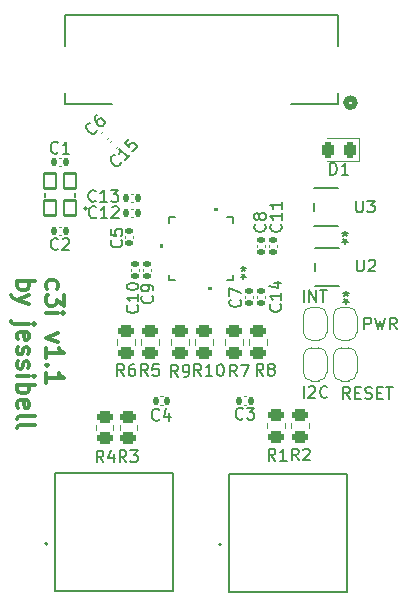
<source format=gto>
%TF.GenerationSoftware,KiCad,Pcbnew,7.0.8*%
%TF.CreationDate,2023-12-06T02:43:18-07:00*%
%TF.ProjectId,C3I2,43334932-2e6b-4696-9361-645f70636258,rev?*%
%TF.SameCoordinates,Original*%
%TF.FileFunction,Legend,Top*%
%TF.FilePolarity,Positive*%
%FSLAX46Y46*%
G04 Gerber Fmt 4.6, Leading zero omitted, Abs format (unit mm)*
G04 Created by KiCad (PCBNEW 7.0.8) date 2023-12-06 02:43:18*
%MOMM*%
%LPD*%
G01*
G04 APERTURE LIST*
G04 Aperture macros list*
%AMRoundRect*
0 Rectangle with rounded corners*
0 $1 Rounding radius*
0 $2 $3 $4 $5 $6 $7 $8 $9 X,Y pos of 4 corners*
0 Add a 4 corners polygon primitive as box body*
4,1,4,$2,$3,$4,$5,$6,$7,$8,$9,$2,$3,0*
0 Add four circle primitives for the rounded corners*
1,1,$1+$1,$2,$3*
1,1,$1+$1,$4,$5*
1,1,$1+$1,$6,$7*
1,1,$1+$1,$8,$9*
0 Add four rect primitives between the rounded corners*
20,1,$1+$1,$2,$3,$4,$5,0*
20,1,$1+$1,$4,$5,$6,$7,0*
20,1,$1+$1,$6,$7,$8,$9,0*
20,1,$1+$1,$8,$9,$2,$3,0*%
%AMFreePoly0*
4,1,19,0.000000,0.744911,0.071157,0.744911,0.207708,0.704816,0.327430,0.627875,0.420627,0.520320,0.479746,0.390866,0.500000,0.250000,0.500000,-0.250000,0.479746,-0.390866,0.420627,-0.520320,0.327430,-0.627875,0.207708,-0.704816,0.071157,-0.744911,0.000000,-0.744911,0.000000,-0.750000,-0.500000,-0.750000,-0.500000,0.750000,0.000000,0.750000,0.000000,0.744911,0.000000,0.744911,
$1*%
%AMFreePoly1*
4,1,19,0.500000,-0.750000,0.000000,-0.750000,0.000000,-0.744911,-0.071157,-0.744911,-0.207708,-0.704816,-0.327430,-0.627875,-0.420627,-0.520320,-0.479746,-0.390866,-0.500000,-0.250000,-0.500000,0.250000,-0.479746,0.390866,-0.420627,0.520320,-0.327430,0.627875,-0.207708,0.704816,-0.071157,0.744911,0.000000,0.744911,0.000000,0.750000,0.500000,0.750000,0.500000,-0.750000,0.500000,-0.750000,
$1*%
G04 Aperture macros list end*
%ADD10C,0.300000*%
%ADD11C,0.150000*%
%ADD12C,0.127000*%
%ADD13C,0.200000*%
%ADD14C,0.152400*%
%ADD15C,0.120000*%
%ADD16C,0.508000*%
%ADD17RoundRect,0.102000X0.525000X0.650000X-0.525000X0.650000X-0.525000X-0.650000X0.525000X-0.650000X0*%
%ADD18R,1.003300X0.508000*%
%ADD19R,3.759200X3.759200*%
%ADD20R,0.254000X0.914400*%
%ADD21R,0.914400X0.254000*%
%ADD22RoundRect,0.250000X0.450000X-0.262500X0.450000X0.262500X-0.450000X0.262500X-0.450000X-0.262500X0*%
%ADD23FreePoly0,270.000000*%
%ADD24FreePoly1,270.000000*%
%ADD25FreePoly1,90.000000*%
%ADD26FreePoly0,90.000000*%
%ADD27O,2.004000X3.804000*%
%ADD28O,4.404000X2.304000*%
%ADD29R,0.609600X2.006600*%
%ADD30R,2.667000X3.606800*%
%ADD31RoundRect,0.243750X0.243750X0.456250X-0.243750X0.456250X-0.243750X-0.456250X0.243750X-0.456250X0*%
%ADD32RoundRect,0.140000X-0.021213X0.219203X-0.219203X0.021213X0.021213X-0.219203X0.219203X-0.021213X0*%
%ADD33RoundRect,0.140000X-0.170000X0.140000X-0.170000X-0.140000X0.170000X-0.140000X0.170000X0.140000X0*%
%ADD34RoundRect,0.140000X-0.140000X-0.170000X0.140000X-0.170000X0.140000X0.170000X-0.140000X0.170000X0*%
%ADD35RoundRect,0.140000X0.170000X-0.140000X0.170000X0.140000X-0.170000X0.140000X-0.170000X-0.140000X0*%
%ADD36RoundRect,0.140000X0.021213X-0.219203X0.219203X-0.021213X-0.021213X0.219203X-0.219203X0.021213X0*%
%ADD37RoundRect,0.140000X0.140000X0.170000X-0.140000X0.170000X-0.140000X-0.170000X0.140000X-0.170000X0*%
G04 APERTURE END LIST*
D10*
X123335600Y-73587368D02*
X123264171Y-73444510D01*
X123264171Y-73444510D02*
X123264171Y-73158796D01*
X123264171Y-73158796D02*
X123335600Y-73015939D01*
X123335600Y-73015939D02*
X123407028Y-72944510D01*
X123407028Y-72944510D02*
X123549885Y-72873082D01*
X123549885Y-72873082D02*
X123978457Y-72873082D01*
X123978457Y-72873082D02*
X124121314Y-72944510D01*
X124121314Y-72944510D02*
X124192742Y-73015939D01*
X124192742Y-73015939D02*
X124264171Y-73158796D01*
X124264171Y-73158796D02*
X124264171Y-73444510D01*
X124264171Y-73444510D02*
X124192742Y-73587368D01*
X124764171Y-74087367D02*
X124764171Y-75015939D01*
X124764171Y-75015939D02*
X124192742Y-74515939D01*
X124192742Y-74515939D02*
X124192742Y-74730224D01*
X124192742Y-74730224D02*
X124121314Y-74873082D01*
X124121314Y-74873082D02*
X124049885Y-74944510D01*
X124049885Y-74944510D02*
X123907028Y-75015939D01*
X123907028Y-75015939D02*
X123549885Y-75015939D01*
X123549885Y-75015939D02*
X123407028Y-74944510D01*
X123407028Y-74944510D02*
X123335600Y-74873082D01*
X123335600Y-74873082D02*
X123264171Y-74730224D01*
X123264171Y-74730224D02*
X123264171Y-74301653D01*
X123264171Y-74301653D02*
X123335600Y-74158796D01*
X123335600Y-74158796D02*
X123407028Y-74087367D01*
X123264171Y-75658795D02*
X124264171Y-75658795D01*
X124764171Y-75658795D02*
X124692742Y-75587367D01*
X124692742Y-75587367D02*
X124621314Y-75658795D01*
X124621314Y-75658795D02*
X124692742Y-75730224D01*
X124692742Y-75730224D02*
X124764171Y-75658795D01*
X124764171Y-75658795D02*
X124621314Y-75658795D01*
X124264171Y-77373081D02*
X123264171Y-77730224D01*
X123264171Y-77730224D02*
X124264171Y-78087367D01*
X123264171Y-79444510D02*
X123264171Y-78587367D01*
X123264171Y-79015938D02*
X124764171Y-79015938D01*
X124764171Y-79015938D02*
X124549885Y-78873081D01*
X124549885Y-78873081D02*
X124407028Y-78730224D01*
X124407028Y-78730224D02*
X124335600Y-78587367D01*
X123407028Y-80087366D02*
X123335600Y-80158795D01*
X123335600Y-80158795D02*
X123264171Y-80087366D01*
X123264171Y-80087366D02*
X123335600Y-80015938D01*
X123335600Y-80015938D02*
X123407028Y-80087366D01*
X123407028Y-80087366D02*
X123264171Y-80087366D01*
X123264171Y-81587367D02*
X123264171Y-80730224D01*
X123264171Y-81158795D02*
X124764171Y-81158795D01*
X124764171Y-81158795D02*
X124549885Y-81015938D01*
X124549885Y-81015938D02*
X124407028Y-80873081D01*
X124407028Y-80873081D02*
X124335600Y-80730224D01*
X120849171Y-72944510D02*
X122349171Y-72944510D01*
X121777742Y-72944510D02*
X121849171Y-73087368D01*
X121849171Y-73087368D02*
X121849171Y-73373082D01*
X121849171Y-73373082D02*
X121777742Y-73515939D01*
X121777742Y-73515939D02*
X121706314Y-73587368D01*
X121706314Y-73587368D02*
X121563457Y-73658796D01*
X121563457Y-73658796D02*
X121134885Y-73658796D01*
X121134885Y-73658796D02*
X120992028Y-73587368D01*
X120992028Y-73587368D02*
X120920600Y-73515939D01*
X120920600Y-73515939D02*
X120849171Y-73373082D01*
X120849171Y-73373082D02*
X120849171Y-73087368D01*
X120849171Y-73087368D02*
X120920600Y-72944510D01*
X121849171Y-74158796D02*
X120849171Y-74515939D01*
X121849171Y-74873082D02*
X120849171Y-74515939D01*
X120849171Y-74515939D02*
X120492028Y-74373082D01*
X120492028Y-74373082D02*
X120420600Y-74301653D01*
X120420600Y-74301653D02*
X120349171Y-74158796D01*
X121849171Y-76587367D02*
X120563457Y-76587367D01*
X120563457Y-76587367D02*
X120420600Y-76515939D01*
X120420600Y-76515939D02*
X120349171Y-76373082D01*
X120349171Y-76373082D02*
X120349171Y-76301653D01*
X122349171Y-76587367D02*
X122277742Y-76515939D01*
X122277742Y-76515939D02*
X122206314Y-76587367D01*
X122206314Y-76587367D02*
X122277742Y-76658796D01*
X122277742Y-76658796D02*
X122349171Y-76587367D01*
X122349171Y-76587367D02*
X122206314Y-76587367D01*
X120920600Y-77873082D02*
X120849171Y-77730225D01*
X120849171Y-77730225D02*
X120849171Y-77444511D01*
X120849171Y-77444511D02*
X120920600Y-77301653D01*
X120920600Y-77301653D02*
X121063457Y-77230225D01*
X121063457Y-77230225D02*
X121634885Y-77230225D01*
X121634885Y-77230225D02*
X121777742Y-77301653D01*
X121777742Y-77301653D02*
X121849171Y-77444511D01*
X121849171Y-77444511D02*
X121849171Y-77730225D01*
X121849171Y-77730225D02*
X121777742Y-77873082D01*
X121777742Y-77873082D02*
X121634885Y-77944511D01*
X121634885Y-77944511D02*
X121492028Y-77944511D01*
X121492028Y-77944511D02*
X121349171Y-77230225D01*
X120920600Y-78515939D02*
X120849171Y-78658796D01*
X120849171Y-78658796D02*
X120849171Y-78944510D01*
X120849171Y-78944510D02*
X120920600Y-79087367D01*
X120920600Y-79087367D02*
X121063457Y-79158796D01*
X121063457Y-79158796D02*
X121134885Y-79158796D01*
X121134885Y-79158796D02*
X121277742Y-79087367D01*
X121277742Y-79087367D02*
X121349171Y-78944510D01*
X121349171Y-78944510D02*
X121349171Y-78730225D01*
X121349171Y-78730225D02*
X121420600Y-78587367D01*
X121420600Y-78587367D02*
X121563457Y-78515939D01*
X121563457Y-78515939D02*
X121634885Y-78515939D01*
X121634885Y-78515939D02*
X121777742Y-78587367D01*
X121777742Y-78587367D02*
X121849171Y-78730225D01*
X121849171Y-78730225D02*
X121849171Y-78944510D01*
X121849171Y-78944510D02*
X121777742Y-79087367D01*
X120920600Y-79730225D02*
X120849171Y-79873082D01*
X120849171Y-79873082D02*
X120849171Y-80158796D01*
X120849171Y-80158796D02*
X120920600Y-80301653D01*
X120920600Y-80301653D02*
X121063457Y-80373082D01*
X121063457Y-80373082D02*
X121134885Y-80373082D01*
X121134885Y-80373082D02*
X121277742Y-80301653D01*
X121277742Y-80301653D02*
X121349171Y-80158796D01*
X121349171Y-80158796D02*
X121349171Y-79944511D01*
X121349171Y-79944511D02*
X121420600Y-79801653D01*
X121420600Y-79801653D02*
X121563457Y-79730225D01*
X121563457Y-79730225D02*
X121634885Y-79730225D01*
X121634885Y-79730225D02*
X121777742Y-79801653D01*
X121777742Y-79801653D02*
X121849171Y-79944511D01*
X121849171Y-79944511D02*
X121849171Y-80158796D01*
X121849171Y-80158796D02*
X121777742Y-80301653D01*
X120849171Y-81015939D02*
X121849171Y-81015939D01*
X122349171Y-81015939D02*
X122277742Y-80944511D01*
X122277742Y-80944511D02*
X122206314Y-81015939D01*
X122206314Y-81015939D02*
X122277742Y-81087368D01*
X122277742Y-81087368D02*
X122349171Y-81015939D01*
X122349171Y-81015939D02*
X122206314Y-81015939D01*
X120849171Y-81730225D02*
X122349171Y-81730225D01*
X121777742Y-81730225D02*
X121849171Y-81873083D01*
X121849171Y-81873083D02*
X121849171Y-82158797D01*
X121849171Y-82158797D02*
X121777742Y-82301654D01*
X121777742Y-82301654D02*
X121706314Y-82373083D01*
X121706314Y-82373083D02*
X121563457Y-82444511D01*
X121563457Y-82444511D02*
X121134885Y-82444511D01*
X121134885Y-82444511D02*
X120992028Y-82373083D01*
X120992028Y-82373083D02*
X120920600Y-82301654D01*
X120920600Y-82301654D02*
X120849171Y-82158797D01*
X120849171Y-82158797D02*
X120849171Y-81873083D01*
X120849171Y-81873083D02*
X120920600Y-81730225D01*
X120920600Y-83658797D02*
X120849171Y-83515940D01*
X120849171Y-83515940D02*
X120849171Y-83230226D01*
X120849171Y-83230226D02*
X120920600Y-83087368D01*
X120920600Y-83087368D02*
X121063457Y-83015940D01*
X121063457Y-83015940D02*
X121634885Y-83015940D01*
X121634885Y-83015940D02*
X121777742Y-83087368D01*
X121777742Y-83087368D02*
X121849171Y-83230226D01*
X121849171Y-83230226D02*
X121849171Y-83515940D01*
X121849171Y-83515940D02*
X121777742Y-83658797D01*
X121777742Y-83658797D02*
X121634885Y-83730226D01*
X121634885Y-83730226D02*
X121492028Y-83730226D01*
X121492028Y-83730226D02*
X121349171Y-83015940D01*
X120849171Y-84587368D02*
X120920600Y-84444511D01*
X120920600Y-84444511D02*
X121063457Y-84373082D01*
X121063457Y-84373082D02*
X122349171Y-84373082D01*
X120849171Y-85373082D02*
X120920600Y-85230225D01*
X120920600Y-85230225D02*
X121063457Y-85158796D01*
X121063457Y-85158796D02*
X122349171Y-85158796D01*
D11*
X149524657Y-66133038D02*
X149524657Y-66942561D01*
X149524657Y-66942561D02*
X149572276Y-67037799D01*
X149572276Y-67037799D02*
X149619895Y-67085419D01*
X149619895Y-67085419D02*
X149715133Y-67133038D01*
X149715133Y-67133038D02*
X149905609Y-67133038D01*
X149905609Y-67133038D02*
X150000847Y-67085419D01*
X150000847Y-67085419D02*
X150048466Y-67037799D01*
X150048466Y-67037799D02*
X150096085Y-66942561D01*
X150096085Y-66942561D02*
X150096085Y-66133038D01*
X150477038Y-66133038D02*
X151096085Y-66133038D01*
X151096085Y-66133038D02*
X150762752Y-66513990D01*
X150762752Y-66513990D02*
X150905609Y-66513990D01*
X150905609Y-66513990D02*
X151000847Y-66561609D01*
X151000847Y-66561609D02*
X151048466Y-66609228D01*
X151048466Y-66609228D02*
X151096085Y-66704466D01*
X151096085Y-66704466D02*
X151096085Y-66942561D01*
X151096085Y-66942561D02*
X151048466Y-67037799D01*
X151048466Y-67037799D02*
X151000847Y-67085419D01*
X151000847Y-67085419D02*
X150905609Y-67133038D01*
X150905609Y-67133038D02*
X150619895Y-67133038D01*
X150619895Y-67133038D02*
X150524657Y-67085419D01*
X150524657Y-67085419D02*
X150477038Y-67037799D01*
X148590000Y-68713819D02*
X148590000Y-68951914D01*
X148351905Y-68856676D02*
X148590000Y-68951914D01*
X148590000Y-68951914D02*
X148828095Y-68856676D01*
X148447143Y-69142390D02*
X148590000Y-68951914D01*
X148590000Y-68951914D02*
X148732857Y-69142390D01*
X148589999Y-69804180D02*
X148589999Y-69566085D01*
X148828094Y-69661323D02*
X148589999Y-69566085D01*
X148589999Y-69566085D02*
X148351904Y-69661323D01*
X148732856Y-69375609D02*
X148589999Y-69566085D01*
X148589999Y-69566085D02*
X148447142Y-69375609D01*
X149584713Y-71117705D02*
X149584713Y-71927228D01*
X149584713Y-71927228D02*
X149632332Y-72022466D01*
X149632332Y-72022466D02*
X149679951Y-72070086D01*
X149679951Y-72070086D02*
X149775189Y-72117705D01*
X149775189Y-72117705D02*
X149965665Y-72117705D01*
X149965665Y-72117705D02*
X150060903Y-72070086D01*
X150060903Y-72070086D02*
X150108522Y-72022466D01*
X150108522Y-72022466D02*
X150156141Y-71927228D01*
X150156141Y-71927228D02*
X150156141Y-71117705D01*
X150584713Y-71212943D02*
X150632332Y-71165324D01*
X150632332Y-71165324D02*
X150727570Y-71117705D01*
X150727570Y-71117705D02*
X150965665Y-71117705D01*
X150965665Y-71117705D02*
X151060903Y-71165324D01*
X151060903Y-71165324D02*
X151108522Y-71212943D01*
X151108522Y-71212943D02*
X151156141Y-71308181D01*
X151156141Y-71308181D02*
X151156141Y-71403419D01*
X151156141Y-71403419D02*
X151108522Y-71546276D01*
X151108522Y-71546276D02*
X150537094Y-72117705D01*
X150537094Y-72117705D02*
X151156141Y-72117705D01*
X148672550Y-73793819D02*
X148672550Y-74031914D01*
X148434455Y-73936676D02*
X148672550Y-74031914D01*
X148672550Y-74031914D02*
X148910645Y-73936676D01*
X148529693Y-74222390D02*
X148672550Y-74031914D01*
X148672550Y-74031914D02*
X148815407Y-74222390D01*
X148672549Y-74884180D02*
X148672549Y-74646085D01*
X148910644Y-74741323D02*
X148672549Y-74646085D01*
X148672549Y-74646085D02*
X148434454Y-74741323D01*
X148815406Y-74455609D02*
X148672549Y-74646085D01*
X148672549Y-74646085D02*
X148529692Y-74455609D01*
X139992099Y-72759180D02*
X139992099Y-72521085D01*
X140230194Y-72616323D02*
X139992099Y-72521085D01*
X139992099Y-72521085D02*
X139754004Y-72616323D01*
X140134956Y-72330609D02*
X139992099Y-72521085D01*
X139992099Y-72521085D02*
X139849242Y-72330609D01*
X139992100Y-71668819D02*
X139992100Y-71906914D01*
X139754005Y-71811676D02*
X139992100Y-71906914D01*
X139992100Y-71906914D02*
X140230195Y-71811676D01*
X139849243Y-72097390D02*
X139992100Y-71906914D01*
X139992100Y-71906914D02*
X140134957Y-72097390D01*
X136411134Y-80974513D02*
X136077801Y-80498322D01*
X135839706Y-80974513D02*
X135839706Y-79974513D01*
X135839706Y-79974513D02*
X136220658Y-79974513D01*
X136220658Y-79974513D02*
X136315896Y-80022132D01*
X136315896Y-80022132D02*
X136363515Y-80069751D01*
X136363515Y-80069751D02*
X136411134Y-80164989D01*
X136411134Y-80164989D02*
X136411134Y-80307846D01*
X136411134Y-80307846D02*
X136363515Y-80403084D01*
X136363515Y-80403084D02*
X136315896Y-80450703D01*
X136315896Y-80450703D02*
X136220658Y-80498322D01*
X136220658Y-80498322D02*
X135839706Y-80498322D01*
X137363515Y-80974513D02*
X136792087Y-80974513D01*
X137077801Y-80974513D02*
X137077801Y-79974513D01*
X137077801Y-79974513D02*
X136982563Y-80117370D01*
X136982563Y-80117370D02*
X136887325Y-80212608D01*
X136887325Y-80212608D02*
X136792087Y-80260227D01*
X137982563Y-79974513D02*
X138077801Y-79974513D01*
X138077801Y-79974513D02*
X138173039Y-80022132D01*
X138173039Y-80022132D02*
X138220658Y-80069751D01*
X138220658Y-80069751D02*
X138268277Y-80164989D01*
X138268277Y-80164989D02*
X138315896Y-80355465D01*
X138315896Y-80355465D02*
X138315896Y-80593560D01*
X138315896Y-80593560D02*
X138268277Y-80784036D01*
X138268277Y-80784036D02*
X138220658Y-80879274D01*
X138220658Y-80879274D02*
X138173039Y-80926894D01*
X138173039Y-80926894D02*
X138077801Y-80974513D01*
X138077801Y-80974513D02*
X137982563Y-80974513D01*
X137982563Y-80974513D02*
X137887325Y-80926894D01*
X137887325Y-80926894D02*
X137839706Y-80879274D01*
X137839706Y-80879274D02*
X137792087Y-80784036D01*
X137792087Y-80784036D02*
X137744468Y-80593560D01*
X137744468Y-80593560D02*
X137744468Y-80355465D01*
X137744468Y-80355465D02*
X137792087Y-80164989D01*
X137792087Y-80164989D02*
X137839706Y-80069751D01*
X137839706Y-80069751D02*
X137887325Y-80022132D01*
X137887325Y-80022132D02*
X137982563Y-79974513D01*
X134453333Y-81041052D02*
X134120000Y-80564861D01*
X133881905Y-81041052D02*
X133881905Y-80041052D01*
X133881905Y-80041052D02*
X134262857Y-80041052D01*
X134262857Y-80041052D02*
X134358095Y-80088671D01*
X134358095Y-80088671D02*
X134405714Y-80136290D01*
X134405714Y-80136290D02*
X134453333Y-80231528D01*
X134453333Y-80231528D02*
X134453333Y-80374385D01*
X134453333Y-80374385D02*
X134405714Y-80469623D01*
X134405714Y-80469623D02*
X134358095Y-80517242D01*
X134358095Y-80517242D02*
X134262857Y-80564861D01*
X134262857Y-80564861D02*
X133881905Y-80564861D01*
X134929524Y-81041052D02*
X135120000Y-81041052D01*
X135120000Y-81041052D02*
X135215238Y-80993433D01*
X135215238Y-80993433D02*
X135262857Y-80945813D01*
X135262857Y-80945813D02*
X135358095Y-80802956D01*
X135358095Y-80802956D02*
X135405714Y-80612480D01*
X135405714Y-80612480D02*
X135405714Y-80231528D01*
X135405714Y-80231528D02*
X135358095Y-80136290D01*
X135358095Y-80136290D02*
X135310476Y-80088671D01*
X135310476Y-80088671D02*
X135215238Y-80041052D01*
X135215238Y-80041052D02*
X135024762Y-80041052D01*
X135024762Y-80041052D02*
X134929524Y-80088671D01*
X134929524Y-80088671D02*
X134881905Y-80136290D01*
X134881905Y-80136290D02*
X134834286Y-80231528D01*
X134834286Y-80231528D02*
X134834286Y-80469623D01*
X134834286Y-80469623D02*
X134881905Y-80564861D01*
X134881905Y-80564861D02*
X134929524Y-80612480D01*
X134929524Y-80612480D02*
X135024762Y-80660099D01*
X135024762Y-80660099D02*
X135215238Y-80660099D01*
X135215238Y-80660099D02*
X135310476Y-80612480D01*
X135310476Y-80612480D02*
X135358095Y-80564861D01*
X135358095Y-80564861D02*
X135405714Y-80469623D01*
X141678117Y-80952333D02*
X141344784Y-80476142D01*
X141106689Y-80952333D02*
X141106689Y-79952333D01*
X141106689Y-79952333D02*
X141487641Y-79952333D01*
X141487641Y-79952333D02*
X141582879Y-79999952D01*
X141582879Y-79999952D02*
X141630498Y-80047571D01*
X141630498Y-80047571D02*
X141678117Y-80142809D01*
X141678117Y-80142809D02*
X141678117Y-80285666D01*
X141678117Y-80285666D02*
X141630498Y-80380904D01*
X141630498Y-80380904D02*
X141582879Y-80428523D01*
X141582879Y-80428523D02*
X141487641Y-80476142D01*
X141487641Y-80476142D02*
X141106689Y-80476142D01*
X142249546Y-80380904D02*
X142154308Y-80333285D01*
X142154308Y-80333285D02*
X142106689Y-80285666D01*
X142106689Y-80285666D02*
X142059070Y-80190428D01*
X142059070Y-80190428D02*
X142059070Y-80142809D01*
X142059070Y-80142809D02*
X142106689Y-80047571D01*
X142106689Y-80047571D02*
X142154308Y-79999952D01*
X142154308Y-79999952D02*
X142249546Y-79952333D01*
X142249546Y-79952333D02*
X142440022Y-79952333D01*
X142440022Y-79952333D02*
X142535260Y-79999952D01*
X142535260Y-79999952D02*
X142582879Y-80047571D01*
X142582879Y-80047571D02*
X142630498Y-80142809D01*
X142630498Y-80142809D02*
X142630498Y-80190428D01*
X142630498Y-80190428D02*
X142582879Y-80285666D01*
X142582879Y-80285666D02*
X142535260Y-80333285D01*
X142535260Y-80333285D02*
X142440022Y-80380904D01*
X142440022Y-80380904D02*
X142249546Y-80380904D01*
X142249546Y-80380904D02*
X142154308Y-80428523D01*
X142154308Y-80428523D02*
X142106689Y-80476142D01*
X142106689Y-80476142D02*
X142059070Y-80571380D01*
X142059070Y-80571380D02*
X142059070Y-80761856D01*
X142059070Y-80761856D02*
X142106689Y-80857094D01*
X142106689Y-80857094D02*
X142154308Y-80904714D01*
X142154308Y-80904714D02*
X142249546Y-80952333D01*
X142249546Y-80952333D02*
X142440022Y-80952333D01*
X142440022Y-80952333D02*
X142535260Y-80904714D01*
X142535260Y-80904714D02*
X142582879Y-80857094D01*
X142582879Y-80857094D02*
X142630498Y-80761856D01*
X142630498Y-80761856D02*
X142630498Y-80571380D01*
X142630498Y-80571380D02*
X142582879Y-80476142D01*
X142582879Y-80476142D02*
X142535260Y-80428523D01*
X142535260Y-80428523D02*
X142440022Y-80380904D01*
X139426889Y-81007782D02*
X139093556Y-80531591D01*
X138855461Y-81007782D02*
X138855461Y-80007782D01*
X138855461Y-80007782D02*
X139236413Y-80007782D01*
X139236413Y-80007782D02*
X139331651Y-80055401D01*
X139331651Y-80055401D02*
X139379270Y-80103020D01*
X139379270Y-80103020D02*
X139426889Y-80198258D01*
X139426889Y-80198258D02*
X139426889Y-80341115D01*
X139426889Y-80341115D02*
X139379270Y-80436353D01*
X139379270Y-80436353D02*
X139331651Y-80483972D01*
X139331651Y-80483972D02*
X139236413Y-80531591D01*
X139236413Y-80531591D02*
X138855461Y-80531591D01*
X139760223Y-80007782D02*
X140426889Y-80007782D01*
X140426889Y-80007782D02*
X139998318Y-81007782D01*
X129896489Y-80965314D02*
X129563156Y-80489123D01*
X129325061Y-80965314D02*
X129325061Y-79965314D01*
X129325061Y-79965314D02*
X129706013Y-79965314D01*
X129706013Y-79965314D02*
X129801251Y-80012933D01*
X129801251Y-80012933D02*
X129848870Y-80060552D01*
X129848870Y-80060552D02*
X129896489Y-80155790D01*
X129896489Y-80155790D02*
X129896489Y-80298647D01*
X129896489Y-80298647D02*
X129848870Y-80393885D01*
X129848870Y-80393885D02*
X129801251Y-80441504D01*
X129801251Y-80441504D02*
X129706013Y-80489123D01*
X129706013Y-80489123D02*
X129325061Y-80489123D01*
X130753632Y-79965314D02*
X130563156Y-79965314D01*
X130563156Y-79965314D02*
X130467918Y-80012933D01*
X130467918Y-80012933D02*
X130420299Y-80060552D01*
X130420299Y-80060552D02*
X130325061Y-80203409D01*
X130325061Y-80203409D02*
X130277442Y-80393885D01*
X130277442Y-80393885D02*
X130277442Y-80774837D01*
X130277442Y-80774837D02*
X130325061Y-80870075D01*
X130325061Y-80870075D02*
X130372680Y-80917695D01*
X130372680Y-80917695D02*
X130467918Y-80965314D01*
X130467918Y-80965314D02*
X130658394Y-80965314D01*
X130658394Y-80965314D02*
X130753632Y-80917695D01*
X130753632Y-80917695D02*
X130801251Y-80870075D01*
X130801251Y-80870075D02*
X130848870Y-80774837D01*
X130848870Y-80774837D02*
X130848870Y-80536742D01*
X130848870Y-80536742D02*
X130801251Y-80441504D01*
X130801251Y-80441504D02*
X130753632Y-80393885D01*
X130753632Y-80393885D02*
X130658394Y-80346266D01*
X130658394Y-80346266D02*
X130467918Y-80346266D01*
X130467918Y-80346266D02*
X130372680Y-80393885D01*
X130372680Y-80393885D02*
X130325061Y-80441504D01*
X130325061Y-80441504D02*
X130277442Y-80536742D01*
X131908006Y-80985603D02*
X131574673Y-80509412D01*
X131336578Y-80985603D02*
X131336578Y-79985603D01*
X131336578Y-79985603D02*
X131717530Y-79985603D01*
X131717530Y-79985603D02*
X131812768Y-80033222D01*
X131812768Y-80033222D02*
X131860387Y-80080841D01*
X131860387Y-80080841D02*
X131908006Y-80176079D01*
X131908006Y-80176079D02*
X131908006Y-80318936D01*
X131908006Y-80318936D02*
X131860387Y-80414174D01*
X131860387Y-80414174D02*
X131812768Y-80461793D01*
X131812768Y-80461793D02*
X131717530Y-80509412D01*
X131717530Y-80509412D02*
X131336578Y-80509412D01*
X132812768Y-79985603D02*
X132336578Y-79985603D01*
X132336578Y-79985603D02*
X132288959Y-80461793D01*
X132288959Y-80461793D02*
X132336578Y-80414174D01*
X132336578Y-80414174D02*
X132431816Y-80366555D01*
X132431816Y-80366555D02*
X132669911Y-80366555D01*
X132669911Y-80366555D02*
X132765149Y-80414174D01*
X132765149Y-80414174D02*
X132812768Y-80461793D01*
X132812768Y-80461793D02*
X132860387Y-80557031D01*
X132860387Y-80557031D02*
X132860387Y-80795126D01*
X132860387Y-80795126D02*
X132812768Y-80890364D01*
X132812768Y-80890364D02*
X132765149Y-80937984D01*
X132765149Y-80937984D02*
X132669911Y-80985603D01*
X132669911Y-80985603D02*
X132431816Y-80985603D01*
X132431816Y-80985603D02*
X132336578Y-80937984D01*
X132336578Y-80937984D02*
X132288959Y-80890364D01*
X128140715Y-88291314D02*
X127807382Y-87815123D01*
X127569287Y-88291314D02*
X127569287Y-87291314D01*
X127569287Y-87291314D02*
X127950239Y-87291314D01*
X127950239Y-87291314D02*
X128045477Y-87338933D01*
X128045477Y-87338933D02*
X128093096Y-87386552D01*
X128093096Y-87386552D02*
X128140715Y-87481790D01*
X128140715Y-87481790D02*
X128140715Y-87624647D01*
X128140715Y-87624647D02*
X128093096Y-87719885D01*
X128093096Y-87719885D02*
X128045477Y-87767504D01*
X128045477Y-87767504D02*
X127950239Y-87815123D01*
X127950239Y-87815123D02*
X127569287Y-87815123D01*
X128997858Y-87624647D02*
X128997858Y-88291314D01*
X128759763Y-87243695D02*
X128521668Y-87957980D01*
X128521668Y-87957980D02*
X129140715Y-87957980D01*
X130072160Y-88273059D02*
X129738827Y-87796868D01*
X129500732Y-88273059D02*
X129500732Y-87273059D01*
X129500732Y-87273059D02*
X129881684Y-87273059D01*
X129881684Y-87273059D02*
X129976922Y-87320678D01*
X129976922Y-87320678D02*
X130024541Y-87368297D01*
X130024541Y-87368297D02*
X130072160Y-87463535D01*
X130072160Y-87463535D02*
X130072160Y-87606392D01*
X130072160Y-87606392D02*
X130024541Y-87701630D01*
X130024541Y-87701630D02*
X129976922Y-87749249D01*
X129976922Y-87749249D02*
X129881684Y-87796868D01*
X129881684Y-87796868D02*
X129500732Y-87796868D01*
X130405494Y-87273059D02*
X131024541Y-87273059D01*
X131024541Y-87273059D02*
X130691208Y-87654011D01*
X130691208Y-87654011D02*
X130834065Y-87654011D01*
X130834065Y-87654011D02*
X130929303Y-87701630D01*
X130929303Y-87701630D02*
X130976922Y-87749249D01*
X130976922Y-87749249D02*
X131024541Y-87844487D01*
X131024541Y-87844487D02*
X131024541Y-88082582D01*
X131024541Y-88082582D02*
X130976922Y-88177820D01*
X130976922Y-88177820D02*
X130929303Y-88225440D01*
X130929303Y-88225440D02*
X130834065Y-88273059D01*
X130834065Y-88273059D02*
X130548351Y-88273059D01*
X130548351Y-88273059D02*
X130453113Y-88225440D01*
X130453113Y-88225440D02*
X130405494Y-88177820D01*
X144669911Y-88119560D02*
X144336578Y-87643369D01*
X144098483Y-88119560D02*
X144098483Y-87119560D01*
X144098483Y-87119560D02*
X144479435Y-87119560D01*
X144479435Y-87119560D02*
X144574673Y-87167179D01*
X144574673Y-87167179D02*
X144622292Y-87214798D01*
X144622292Y-87214798D02*
X144669911Y-87310036D01*
X144669911Y-87310036D02*
X144669911Y-87452893D01*
X144669911Y-87452893D02*
X144622292Y-87548131D01*
X144622292Y-87548131D02*
X144574673Y-87595750D01*
X144574673Y-87595750D02*
X144479435Y-87643369D01*
X144479435Y-87643369D02*
X144098483Y-87643369D01*
X145050864Y-87214798D02*
X145098483Y-87167179D01*
X145098483Y-87167179D02*
X145193721Y-87119560D01*
X145193721Y-87119560D02*
X145431816Y-87119560D01*
X145431816Y-87119560D02*
X145527054Y-87167179D01*
X145527054Y-87167179D02*
X145574673Y-87214798D01*
X145574673Y-87214798D02*
X145622292Y-87310036D01*
X145622292Y-87310036D02*
X145622292Y-87405274D01*
X145622292Y-87405274D02*
X145574673Y-87548131D01*
X145574673Y-87548131D02*
X145003245Y-88119560D01*
X145003245Y-88119560D02*
X145622292Y-88119560D01*
X142689774Y-88150259D02*
X142356441Y-87674068D01*
X142118346Y-88150259D02*
X142118346Y-87150259D01*
X142118346Y-87150259D02*
X142499298Y-87150259D01*
X142499298Y-87150259D02*
X142594536Y-87197878D01*
X142594536Y-87197878D02*
X142642155Y-87245497D01*
X142642155Y-87245497D02*
X142689774Y-87340735D01*
X142689774Y-87340735D02*
X142689774Y-87483592D01*
X142689774Y-87483592D02*
X142642155Y-87578830D01*
X142642155Y-87578830D02*
X142594536Y-87626449D01*
X142594536Y-87626449D02*
X142499298Y-87674068D01*
X142499298Y-87674068D02*
X142118346Y-87674068D01*
X143642155Y-88150259D02*
X143070727Y-88150259D01*
X143356441Y-88150259D02*
X143356441Y-87150259D01*
X143356441Y-87150259D02*
X143261203Y-87293116D01*
X143261203Y-87293116D02*
X143165965Y-87388354D01*
X143165965Y-87388354D02*
X143070727Y-87435973D01*
X145097788Y-74740161D02*
X145097788Y-73740161D01*
X145573978Y-74740161D02*
X145573978Y-73740161D01*
X145573978Y-73740161D02*
X146145406Y-74740161D01*
X146145406Y-74740161D02*
X146145406Y-73740161D01*
X146478740Y-73740161D02*
X147050168Y-73740161D01*
X146764454Y-74740161D02*
X146764454Y-73740161D01*
X150234428Y-77042317D02*
X150234428Y-76042317D01*
X150234428Y-76042317D02*
X150615380Y-76042317D01*
X150615380Y-76042317D02*
X150710618Y-76089936D01*
X150710618Y-76089936D02*
X150758237Y-76137555D01*
X150758237Y-76137555D02*
X150805856Y-76232793D01*
X150805856Y-76232793D02*
X150805856Y-76375650D01*
X150805856Y-76375650D02*
X150758237Y-76470888D01*
X150758237Y-76470888D02*
X150710618Y-76518507D01*
X150710618Y-76518507D02*
X150615380Y-76566126D01*
X150615380Y-76566126D02*
X150234428Y-76566126D01*
X151139190Y-76042317D02*
X151377285Y-77042317D01*
X151377285Y-77042317D02*
X151567761Y-76328031D01*
X151567761Y-76328031D02*
X151758237Y-77042317D01*
X151758237Y-77042317D02*
X151996333Y-76042317D01*
X152948713Y-77042317D02*
X152615380Y-76566126D01*
X152377285Y-77042317D02*
X152377285Y-76042317D01*
X152377285Y-76042317D02*
X152758237Y-76042317D01*
X152758237Y-76042317D02*
X152853475Y-76089936D01*
X152853475Y-76089936D02*
X152901094Y-76137555D01*
X152901094Y-76137555D02*
X152948713Y-76232793D01*
X152948713Y-76232793D02*
X152948713Y-76375650D01*
X152948713Y-76375650D02*
X152901094Y-76470888D01*
X152901094Y-76470888D02*
X152853475Y-76518507D01*
X152853475Y-76518507D02*
X152758237Y-76566126D01*
X152758237Y-76566126D02*
X152377285Y-76566126D01*
X149014348Y-82907809D02*
X148681015Y-82431618D01*
X148442920Y-82907809D02*
X148442920Y-81907809D01*
X148442920Y-81907809D02*
X148823872Y-81907809D01*
X148823872Y-81907809D02*
X148919110Y-81955428D01*
X148919110Y-81955428D02*
X148966729Y-82003047D01*
X148966729Y-82003047D02*
X149014348Y-82098285D01*
X149014348Y-82098285D02*
X149014348Y-82241142D01*
X149014348Y-82241142D02*
X148966729Y-82336380D01*
X148966729Y-82336380D02*
X148919110Y-82383999D01*
X148919110Y-82383999D02*
X148823872Y-82431618D01*
X148823872Y-82431618D02*
X148442920Y-82431618D01*
X149442920Y-82383999D02*
X149776253Y-82383999D01*
X149919110Y-82907809D02*
X149442920Y-82907809D01*
X149442920Y-82907809D02*
X149442920Y-81907809D01*
X149442920Y-81907809D02*
X149919110Y-81907809D01*
X150300063Y-82860190D02*
X150442920Y-82907809D01*
X150442920Y-82907809D02*
X150681015Y-82907809D01*
X150681015Y-82907809D02*
X150776253Y-82860190D01*
X150776253Y-82860190D02*
X150823872Y-82812570D01*
X150823872Y-82812570D02*
X150871491Y-82717332D01*
X150871491Y-82717332D02*
X150871491Y-82622094D01*
X150871491Y-82622094D02*
X150823872Y-82526856D01*
X150823872Y-82526856D02*
X150776253Y-82479237D01*
X150776253Y-82479237D02*
X150681015Y-82431618D01*
X150681015Y-82431618D02*
X150490539Y-82383999D01*
X150490539Y-82383999D02*
X150395301Y-82336380D01*
X150395301Y-82336380D02*
X150347682Y-82288761D01*
X150347682Y-82288761D02*
X150300063Y-82193523D01*
X150300063Y-82193523D02*
X150300063Y-82098285D01*
X150300063Y-82098285D02*
X150347682Y-82003047D01*
X150347682Y-82003047D02*
X150395301Y-81955428D01*
X150395301Y-81955428D02*
X150490539Y-81907809D01*
X150490539Y-81907809D02*
X150728634Y-81907809D01*
X150728634Y-81907809D02*
X150871491Y-81955428D01*
X151300063Y-82383999D02*
X151633396Y-82383999D01*
X151776253Y-82907809D02*
X151300063Y-82907809D01*
X151300063Y-82907809D02*
X151300063Y-81907809D01*
X151300063Y-81907809D02*
X151776253Y-81907809D01*
X152061968Y-81907809D02*
X152633396Y-81907809D01*
X152347682Y-82907809D02*
X152347682Y-81907809D01*
X145086416Y-82827734D02*
X145086416Y-81827734D01*
X145514987Y-81922972D02*
X145562606Y-81875353D01*
X145562606Y-81875353D02*
X145657844Y-81827734D01*
X145657844Y-81827734D02*
X145895939Y-81827734D01*
X145895939Y-81827734D02*
X145991177Y-81875353D01*
X145991177Y-81875353D02*
X146038796Y-81922972D01*
X146038796Y-81922972D02*
X146086415Y-82018210D01*
X146086415Y-82018210D02*
X146086415Y-82113448D01*
X146086415Y-82113448D02*
X146038796Y-82256305D01*
X146038796Y-82256305D02*
X145467368Y-82827734D01*
X145467368Y-82827734D02*
X146086415Y-82827734D01*
X147086415Y-82732495D02*
X147038796Y-82780115D01*
X147038796Y-82780115D02*
X146895939Y-82827734D01*
X146895939Y-82827734D02*
X146800701Y-82827734D01*
X146800701Y-82827734D02*
X146657844Y-82780115D01*
X146657844Y-82780115D02*
X146562606Y-82684876D01*
X146562606Y-82684876D02*
X146514987Y-82589638D01*
X146514987Y-82589638D02*
X146467368Y-82399162D01*
X146467368Y-82399162D02*
X146467368Y-82256305D01*
X146467368Y-82256305D02*
X146514987Y-82065829D01*
X146514987Y-82065829D02*
X146562606Y-81970591D01*
X146562606Y-81970591D02*
X146657844Y-81875353D01*
X146657844Y-81875353D02*
X146800701Y-81827734D01*
X146800701Y-81827734D02*
X146895939Y-81827734D01*
X146895939Y-81827734D02*
X147038796Y-81875353D01*
X147038796Y-81875353D02*
X147086415Y-81922972D01*
X147343905Y-63936819D02*
X147343905Y-62936819D01*
X147343905Y-62936819D02*
X147582000Y-62936819D01*
X147582000Y-62936819D02*
X147724857Y-62984438D01*
X147724857Y-62984438D02*
X147820095Y-63079676D01*
X147820095Y-63079676D02*
X147867714Y-63174914D01*
X147867714Y-63174914D02*
X147915333Y-63365390D01*
X147915333Y-63365390D02*
X147915333Y-63508247D01*
X147915333Y-63508247D02*
X147867714Y-63698723D01*
X147867714Y-63698723D02*
X147820095Y-63793961D01*
X147820095Y-63793961D02*
X147724857Y-63889200D01*
X147724857Y-63889200D02*
X147582000Y-63936819D01*
X147582000Y-63936819D02*
X147343905Y-63936819D01*
X148867714Y-63936819D02*
X148296286Y-63936819D01*
X148582000Y-63936819D02*
X148582000Y-62936819D01*
X148582000Y-62936819D02*
X148486762Y-63079676D01*
X148486762Y-63079676D02*
X148391524Y-63174914D01*
X148391524Y-63174914D02*
X148296286Y-63222533D01*
X129647116Y-62862812D02*
X129647116Y-62930156D01*
X129647116Y-62930156D02*
X129579772Y-63064843D01*
X129579772Y-63064843D02*
X129512429Y-63132186D01*
X129512429Y-63132186D02*
X129377742Y-63199530D01*
X129377742Y-63199530D02*
X129243055Y-63199530D01*
X129243055Y-63199530D02*
X129142040Y-63165858D01*
X129142040Y-63165858D02*
X128973681Y-63064843D01*
X128973681Y-63064843D02*
X128872666Y-62963828D01*
X128872666Y-62963828D02*
X128771650Y-62795469D01*
X128771650Y-62795469D02*
X128737979Y-62694454D01*
X128737979Y-62694454D02*
X128737979Y-62559767D01*
X128737979Y-62559767D02*
X128805322Y-62425080D01*
X128805322Y-62425080D02*
X128872666Y-62357736D01*
X128872666Y-62357736D02*
X129007353Y-62290393D01*
X129007353Y-62290393D02*
X129074696Y-62290393D01*
X130387894Y-62256721D02*
X129983833Y-62660782D01*
X130185864Y-62458751D02*
X129478757Y-61751645D01*
X129478757Y-61751645D02*
X129512429Y-61920003D01*
X129512429Y-61920003D02*
X129512429Y-62054690D01*
X129512429Y-62054690D02*
X129478757Y-62155706D01*
X130320551Y-60909851D02*
X129983833Y-61246568D01*
X129983833Y-61246568D02*
X130286879Y-61616957D01*
X130286879Y-61616957D02*
X130286879Y-61549614D01*
X130286879Y-61549614D02*
X130320551Y-61448599D01*
X130320551Y-61448599D02*
X130488910Y-61280240D01*
X130488910Y-61280240D02*
X130589925Y-61246568D01*
X130589925Y-61246568D02*
X130657269Y-61246568D01*
X130657269Y-61246568D02*
X130758284Y-61280240D01*
X130758284Y-61280240D02*
X130926643Y-61448599D01*
X130926643Y-61448599D02*
X130960314Y-61549614D01*
X130960314Y-61549614D02*
X130960314Y-61616957D01*
X130960314Y-61616957D02*
X130926643Y-61717973D01*
X130926643Y-61717973D02*
X130758284Y-61886331D01*
X130758284Y-61886331D02*
X130657269Y-61920003D01*
X130657269Y-61920003D02*
X130589925Y-61920003D01*
X143111258Y-74904890D02*
X143158878Y-74952509D01*
X143158878Y-74952509D02*
X143206497Y-75095366D01*
X143206497Y-75095366D02*
X143206497Y-75190604D01*
X143206497Y-75190604D02*
X143158878Y-75333461D01*
X143158878Y-75333461D02*
X143063639Y-75428699D01*
X143063639Y-75428699D02*
X142968401Y-75476318D01*
X142968401Y-75476318D02*
X142777925Y-75523937D01*
X142777925Y-75523937D02*
X142635068Y-75523937D01*
X142635068Y-75523937D02*
X142444592Y-75476318D01*
X142444592Y-75476318D02*
X142349354Y-75428699D01*
X142349354Y-75428699D02*
X142254116Y-75333461D01*
X142254116Y-75333461D02*
X142206497Y-75190604D01*
X142206497Y-75190604D02*
X142206497Y-75095366D01*
X142206497Y-75095366D02*
X142254116Y-74952509D01*
X142254116Y-74952509D02*
X142301735Y-74904890D01*
X143206497Y-73952509D02*
X143206497Y-74523937D01*
X143206497Y-74238223D02*
X142206497Y-74238223D01*
X142206497Y-74238223D02*
X142349354Y-74333461D01*
X142349354Y-74333461D02*
X142444592Y-74428699D01*
X142444592Y-74428699D02*
X142492211Y-74523937D01*
X142539830Y-73095366D02*
X143206497Y-73095366D01*
X142158878Y-73333461D02*
X142873163Y-73571556D01*
X142873163Y-73571556D02*
X142873163Y-72952509D01*
X127482953Y-66136955D02*
X127435334Y-66184575D01*
X127435334Y-66184575D02*
X127292477Y-66232194D01*
X127292477Y-66232194D02*
X127197239Y-66232194D01*
X127197239Y-66232194D02*
X127054382Y-66184575D01*
X127054382Y-66184575D02*
X126959144Y-66089336D01*
X126959144Y-66089336D02*
X126911525Y-65994098D01*
X126911525Y-65994098D02*
X126863906Y-65803622D01*
X126863906Y-65803622D02*
X126863906Y-65660765D01*
X126863906Y-65660765D02*
X126911525Y-65470289D01*
X126911525Y-65470289D02*
X126959144Y-65375051D01*
X126959144Y-65375051D02*
X127054382Y-65279813D01*
X127054382Y-65279813D02*
X127197239Y-65232194D01*
X127197239Y-65232194D02*
X127292477Y-65232194D01*
X127292477Y-65232194D02*
X127435334Y-65279813D01*
X127435334Y-65279813D02*
X127482953Y-65327432D01*
X128435334Y-66232194D02*
X127863906Y-66232194D01*
X128149620Y-66232194D02*
X128149620Y-65232194D01*
X128149620Y-65232194D02*
X128054382Y-65375051D01*
X128054382Y-65375051D02*
X127959144Y-65470289D01*
X127959144Y-65470289D02*
X127863906Y-65517908D01*
X128768668Y-65232194D02*
X129387715Y-65232194D01*
X129387715Y-65232194D02*
X129054382Y-65613146D01*
X129054382Y-65613146D02*
X129197239Y-65613146D01*
X129197239Y-65613146D02*
X129292477Y-65660765D01*
X129292477Y-65660765D02*
X129340096Y-65708384D01*
X129340096Y-65708384D02*
X129387715Y-65803622D01*
X129387715Y-65803622D02*
X129387715Y-66041717D01*
X129387715Y-66041717D02*
X129340096Y-66136955D01*
X129340096Y-66136955D02*
X129292477Y-66184575D01*
X129292477Y-66184575D02*
X129197239Y-66232194D01*
X129197239Y-66232194D02*
X128911525Y-66232194D01*
X128911525Y-66232194D02*
X128816287Y-66184575D01*
X128816287Y-66184575D02*
X128768668Y-66136955D01*
X127522990Y-67518249D02*
X127475371Y-67565869D01*
X127475371Y-67565869D02*
X127332514Y-67613488D01*
X127332514Y-67613488D02*
X127237276Y-67613488D01*
X127237276Y-67613488D02*
X127094419Y-67565869D01*
X127094419Y-67565869D02*
X126999181Y-67470630D01*
X126999181Y-67470630D02*
X126951562Y-67375392D01*
X126951562Y-67375392D02*
X126903943Y-67184916D01*
X126903943Y-67184916D02*
X126903943Y-67042059D01*
X126903943Y-67042059D02*
X126951562Y-66851583D01*
X126951562Y-66851583D02*
X126999181Y-66756345D01*
X126999181Y-66756345D02*
X127094419Y-66661107D01*
X127094419Y-66661107D02*
X127237276Y-66613488D01*
X127237276Y-66613488D02*
X127332514Y-66613488D01*
X127332514Y-66613488D02*
X127475371Y-66661107D01*
X127475371Y-66661107D02*
X127522990Y-66708726D01*
X128475371Y-67613488D02*
X127903943Y-67613488D01*
X128189657Y-67613488D02*
X128189657Y-66613488D01*
X128189657Y-66613488D02*
X128094419Y-66756345D01*
X128094419Y-66756345D02*
X127999181Y-66851583D01*
X127999181Y-66851583D02*
X127903943Y-66899202D01*
X128856324Y-66708726D02*
X128903943Y-66661107D01*
X128903943Y-66661107D02*
X128999181Y-66613488D01*
X128999181Y-66613488D02*
X129237276Y-66613488D01*
X129237276Y-66613488D02*
X129332514Y-66661107D01*
X129332514Y-66661107D02*
X129380133Y-66708726D01*
X129380133Y-66708726D02*
X129427752Y-66803964D01*
X129427752Y-66803964D02*
X129427752Y-66899202D01*
X129427752Y-66899202D02*
X129380133Y-67042059D01*
X129380133Y-67042059D02*
X128808705Y-67613488D01*
X128808705Y-67613488D02*
X129427752Y-67613488D01*
X143139112Y-68141844D02*
X143186732Y-68189463D01*
X143186732Y-68189463D02*
X143234351Y-68332320D01*
X143234351Y-68332320D02*
X143234351Y-68427558D01*
X143234351Y-68427558D02*
X143186732Y-68570415D01*
X143186732Y-68570415D02*
X143091493Y-68665653D01*
X143091493Y-68665653D02*
X142996255Y-68713272D01*
X142996255Y-68713272D02*
X142805779Y-68760891D01*
X142805779Y-68760891D02*
X142662922Y-68760891D01*
X142662922Y-68760891D02*
X142472446Y-68713272D01*
X142472446Y-68713272D02*
X142377208Y-68665653D01*
X142377208Y-68665653D02*
X142281970Y-68570415D01*
X142281970Y-68570415D02*
X142234351Y-68427558D01*
X142234351Y-68427558D02*
X142234351Y-68332320D01*
X142234351Y-68332320D02*
X142281970Y-68189463D01*
X142281970Y-68189463D02*
X142329589Y-68141844D01*
X143234351Y-67189463D02*
X143234351Y-67760891D01*
X143234351Y-67475177D02*
X142234351Y-67475177D01*
X142234351Y-67475177D02*
X142377208Y-67570415D01*
X142377208Y-67570415D02*
X142472446Y-67665653D01*
X142472446Y-67665653D02*
X142520065Y-67760891D01*
X143234351Y-66237082D02*
X143234351Y-66808510D01*
X143234351Y-66522796D02*
X142234351Y-66522796D01*
X142234351Y-66522796D02*
X142377208Y-66618034D01*
X142377208Y-66618034D02*
X142472446Y-66713272D01*
X142472446Y-66713272D02*
X142520065Y-66808510D01*
X131007752Y-75008274D02*
X131055372Y-75055893D01*
X131055372Y-75055893D02*
X131102991Y-75198750D01*
X131102991Y-75198750D02*
X131102991Y-75293988D01*
X131102991Y-75293988D02*
X131055372Y-75436845D01*
X131055372Y-75436845D02*
X130960133Y-75532083D01*
X130960133Y-75532083D02*
X130864895Y-75579702D01*
X130864895Y-75579702D02*
X130674419Y-75627321D01*
X130674419Y-75627321D02*
X130531562Y-75627321D01*
X130531562Y-75627321D02*
X130341086Y-75579702D01*
X130341086Y-75579702D02*
X130245848Y-75532083D01*
X130245848Y-75532083D02*
X130150610Y-75436845D01*
X130150610Y-75436845D02*
X130102991Y-75293988D01*
X130102991Y-75293988D02*
X130102991Y-75198750D01*
X130102991Y-75198750D02*
X130150610Y-75055893D01*
X130150610Y-75055893D02*
X130198229Y-75008274D01*
X131102991Y-74055893D02*
X131102991Y-74627321D01*
X131102991Y-74341607D02*
X130102991Y-74341607D01*
X130102991Y-74341607D02*
X130245848Y-74436845D01*
X130245848Y-74436845D02*
X130341086Y-74532083D01*
X130341086Y-74532083D02*
X130388705Y-74627321D01*
X130102991Y-73436845D02*
X130102991Y-73341607D01*
X130102991Y-73341607D02*
X130150610Y-73246369D01*
X130150610Y-73246369D02*
X130198229Y-73198750D01*
X130198229Y-73198750D02*
X130293467Y-73151131D01*
X130293467Y-73151131D02*
X130483943Y-73103512D01*
X130483943Y-73103512D02*
X130722038Y-73103512D01*
X130722038Y-73103512D02*
X130912514Y-73151131D01*
X130912514Y-73151131D02*
X131007752Y-73198750D01*
X131007752Y-73198750D02*
X131055372Y-73246369D01*
X131055372Y-73246369D02*
X131102991Y-73341607D01*
X131102991Y-73341607D02*
X131102991Y-73436845D01*
X131102991Y-73436845D02*
X131055372Y-73532083D01*
X131055372Y-73532083D02*
X131007752Y-73579702D01*
X131007752Y-73579702D02*
X130912514Y-73627321D01*
X130912514Y-73627321D02*
X130722038Y-73674940D01*
X130722038Y-73674940D02*
X130483943Y-73674940D01*
X130483943Y-73674940D02*
X130293467Y-73627321D01*
X130293467Y-73627321D02*
X130198229Y-73579702D01*
X130198229Y-73579702D02*
X130150610Y-73532083D01*
X130150610Y-73532083D02*
X130102991Y-73436845D01*
X132248915Y-74191764D02*
X132296535Y-74239383D01*
X132296535Y-74239383D02*
X132344154Y-74382240D01*
X132344154Y-74382240D02*
X132344154Y-74477478D01*
X132344154Y-74477478D02*
X132296535Y-74620335D01*
X132296535Y-74620335D02*
X132201296Y-74715573D01*
X132201296Y-74715573D02*
X132106058Y-74763192D01*
X132106058Y-74763192D02*
X131915582Y-74810811D01*
X131915582Y-74810811D02*
X131772725Y-74810811D01*
X131772725Y-74810811D02*
X131582249Y-74763192D01*
X131582249Y-74763192D02*
X131487011Y-74715573D01*
X131487011Y-74715573D02*
X131391773Y-74620335D01*
X131391773Y-74620335D02*
X131344154Y-74477478D01*
X131344154Y-74477478D02*
X131344154Y-74382240D01*
X131344154Y-74382240D02*
X131391773Y-74239383D01*
X131391773Y-74239383D02*
X131439392Y-74191764D01*
X132344154Y-73715573D02*
X132344154Y-73525097D01*
X132344154Y-73525097D02*
X132296535Y-73429859D01*
X132296535Y-73429859D02*
X132248915Y-73382240D01*
X132248915Y-73382240D02*
X132106058Y-73287002D01*
X132106058Y-73287002D02*
X131915582Y-73239383D01*
X131915582Y-73239383D02*
X131534630Y-73239383D01*
X131534630Y-73239383D02*
X131439392Y-73287002D01*
X131439392Y-73287002D02*
X131391773Y-73334621D01*
X131391773Y-73334621D02*
X131344154Y-73429859D01*
X131344154Y-73429859D02*
X131344154Y-73620335D01*
X131344154Y-73620335D02*
X131391773Y-73715573D01*
X131391773Y-73715573D02*
X131439392Y-73763192D01*
X131439392Y-73763192D02*
X131534630Y-73810811D01*
X131534630Y-73810811D02*
X131772725Y-73810811D01*
X131772725Y-73810811D02*
X131867963Y-73763192D01*
X131867963Y-73763192D02*
X131915582Y-73715573D01*
X131915582Y-73715573D02*
X131963201Y-73620335D01*
X131963201Y-73620335D02*
X131963201Y-73429859D01*
X131963201Y-73429859D02*
X131915582Y-73334621D01*
X131915582Y-73334621D02*
X131867963Y-73287002D01*
X131867963Y-73287002D02*
X131772725Y-73239383D01*
X141797856Y-68146103D02*
X141845476Y-68193722D01*
X141845476Y-68193722D02*
X141893095Y-68336579D01*
X141893095Y-68336579D02*
X141893095Y-68431817D01*
X141893095Y-68431817D02*
X141845476Y-68574674D01*
X141845476Y-68574674D02*
X141750237Y-68669912D01*
X141750237Y-68669912D02*
X141654999Y-68717531D01*
X141654999Y-68717531D02*
X141464523Y-68765150D01*
X141464523Y-68765150D02*
X141321666Y-68765150D01*
X141321666Y-68765150D02*
X141131190Y-68717531D01*
X141131190Y-68717531D02*
X141035952Y-68669912D01*
X141035952Y-68669912D02*
X140940714Y-68574674D01*
X140940714Y-68574674D02*
X140893095Y-68431817D01*
X140893095Y-68431817D02*
X140893095Y-68336579D01*
X140893095Y-68336579D02*
X140940714Y-68193722D01*
X140940714Y-68193722D02*
X140988333Y-68146103D01*
X141321666Y-67574674D02*
X141274047Y-67669912D01*
X141274047Y-67669912D02*
X141226428Y-67717531D01*
X141226428Y-67717531D02*
X141131190Y-67765150D01*
X141131190Y-67765150D02*
X141083571Y-67765150D01*
X141083571Y-67765150D02*
X140988333Y-67717531D01*
X140988333Y-67717531D02*
X140940714Y-67669912D01*
X140940714Y-67669912D02*
X140893095Y-67574674D01*
X140893095Y-67574674D02*
X140893095Y-67384198D01*
X140893095Y-67384198D02*
X140940714Y-67288960D01*
X140940714Y-67288960D02*
X140988333Y-67241341D01*
X140988333Y-67241341D02*
X141083571Y-67193722D01*
X141083571Y-67193722D02*
X141131190Y-67193722D01*
X141131190Y-67193722D02*
X141226428Y-67241341D01*
X141226428Y-67241341D02*
X141274047Y-67288960D01*
X141274047Y-67288960D02*
X141321666Y-67384198D01*
X141321666Y-67384198D02*
X141321666Y-67574674D01*
X141321666Y-67574674D02*
X141369285Y-67669912D01*
X141369285Y-67669912D02*
X141416904Y-67717531D01*
X141416904Y-67717531D02*
X141512142Y-67765150D01*
X141512142Y-67765150D02*
X141702618Y-67765150D01*
X141702618Y-67765150D02*
X141797856Y-67717531D01*
X141797856Y-67717531D02*
X141845476Y-67669912D01*
X141845476Y-67669912D02*
X141893095Y-67574674D01*
X141893095Y-67574674D02*
X141893095Y-67384198D01*
X141893095Y-67384198D02*
X141845476Y-67288960D01*
X141845476Y-67288960D02*
X141797856Y-67241341D01*
X141797856Y-67241341D02*
X141702618Y-67193722D01*
X141702618Y-67193722D02*
X141512142Y-67193722D01*
X141512142Y-67193722D02*
X141416904Y-67241341D01*
X141416904Y-67241341D02*
X141369285Y-67288960D01*
X141369285Y-67288960D02*
X141321666Y-67384198D01*
X139704188Y-74506843D02*
X139751808Y-74554462D01*
X139751808Y-74554462D02*
X139799427Y-74697319D01*
X139799427Y-74697319D02*
X139799427Y-74792557D01*
X139799427Y-74792557D02*
X139751808Y-74935414D01*
X139751808Y-74935414D02*
X139656569Y-75030652D01*
X139656569Y-75030652D02*
X139561331Y-75078271D01*
X139561331Y-75078271D02*
X139370855Y-75125890D01*
X139370855Y-75125890D02*
X139227998Y-75125890D01*
X139227998Y-75125890D02*
X139037522Y-75078271D01*
X139037522Y-75078271D02*
X138942284Y-75030652D01*
X138942284Y-75030652D02*
X138847046Y-74935414D01*
X138847046Y-74935414D02*
X138799427Y-74792557D01*
X138799427Y-74792557D02*
X138799427Y-74697319D01*
X138799427Y-74697319D02*
X138847046Y-74554462D01*
X138847046Y-74554462D02*
X138894665Y-74506843D01*
X138799427Y-74173509D02*
X138799427Y-73506843D01*
X138799427Y-73506843D02*
X139799427Y-73935414D01*
X127586167Y-60113868D02*
X127586167Y-60181212D01*
X127586167Y-60181212D02*
X127518823Y-60315899D01*
X127518823Y-60315899D02*
X127451480Y-60383242D01*
X127451480Y-60383242D02*
X127316793Y-60450586D01*
X127316793Y-60450586D02*
X127182106Y-60450586D01*
X127182106Y-60450586D02*
X127081091Y-60416914D01*
X127081091Y-60416914D02*
X126912732Y-60315899D01*
X126912732Y-60315899D02*
X126811717Y-60214884D01*
X126811717Y-60214884D02*
X126710701Y-60046525D01*
X126710701Y-60046525D02*
X126677030Y-59945510D01*
X126677030Y-59945510D02*
X126677030Y-59810823D01*
X126677030Y-59810823D02*
X126744373Y-59676136D01*
X126744373Y-59676136D02*
X126811717Y-59608792D01*
X126811717Y-59608792D02*
X126946404Y-59541449D01*
X126946404Y-59541449D02*
X127013747Y-59541449D01*
X127552495Y-58868014D02*
X127417808Y-59002701D01*
X127417808Y-59002701D02*
X127384136Y-59103716D01*
X127384136Y-59103716D02*
X127384136Y-59171059D01*
X127384136Y-59171059D02*
X127417808Y-59339418D01*
X127417808Y-59339418D02*
X127518823Y-59507777D01*
X127518823Y-59507777D02*
X127788197Y-59777151D01*
X127788197Y-59777151D02*
X127889213Y-59810823D01*
X127889213Y-59810823D02*
X127956556Y-59810823D01*
X127956556Y-59810823D02*
X128057571Y-59777151D01*
X128057571Y-59777151D02*
X128192258Y-59642464D01*
X128192258Y-59642464D02*
X128225930Y-59541449D01*
X128225930Y-59541449D02*
X128225930Y-59474105D01*
X128225930Y-59474105D02*
X128192258Y-59373090D01*
X128192258Y-59373090D02*
X128023900Y-59204731D01*
X128023900Y-59204731D02*
X127922884Y-59171059D01*
X127922884Y-59171059D02*
X127855541Y-59171059D01*
X127855541Y-59171059D02*
X127754526Y-59204731D01*
X127754526Y-59204731D02*
X127619839Y-59339418D01*
X127619839Y-59339418D02*
X127586167Y-59440433D01*
X127586167Y-59440433D02*
X127586167Y-59507777D01*
X127586167Y-59507777D02*
X127619839Y-59608792D01*
X129646478Y-69467340D02*
X129694098Y-69514959D01*
X129694098Y-69514959D02*
X129741717Y-69657816D01*
X129741717Y-69657816D02*
X129741717Y-69753054D01*
X129741717Y-69753054D02*
X129694098Y-69895911D01*
X129694098Y-69895911D02*
X129598859Y-69991149D01*
X129598859Y-69991149D02*
X129503621Y-70038768D01*
X129503621Y-70038768D02*
X129313145Y-70086387D01*
X129313145Y-70086387D02*
X129170288Y-70086387D01*
X129170288Y-70086387D02*
X128979812Y-70038768D01*
X128979812Y-70038768D02*
X128884574Y-69991149D01*
X128884574Y-69991149D02*
X128789336Y-69895911D01*
X128789336Y-69895911D02*
X128741717Y-69753054D01*
X128741717Y-69753054D02*
X128741717Y-69657816D01*
X128741717Y-69657816D02*
X128789336Y-69514959D01*
X128789336Y-69514959D02*
X128836955Y-69467340D01*
X128741717Y-68562578D02*
X128741717Y-69038768D01*
X128741717Y-69038768D02*
X129217907Y-69086387D01*
X129217907Y-69086387D02*
X129170288Y-69038768D01*
X129170288Y-69038768D02*
X129122669Y-68943530D01*
X129122669Y-68943530D02*
X129122669Y-68705435D01*
X129122669Y-68705435D02*
X129170288Y-68610197D01*
X129170288Y-68610197D02*
X129217907Y-68562578D01*
X129217907Y-68562578D02*
X129313145Y-68514959D01*
X129313145Y-68514959D02*
X129551240Y-68514959D01*
X129551240Y-68514959D02*
X129646478Y-68562578D01*
X129646478Y-68562578D02*
X129694098Y-68610197D01*
X129694098Y-68610197D02*
X129741717Y-68705435D01*
X129741717Y-68705435D02*
X129741717Y-68943530D01*
X129741717Y-68943530D02*
X129694098Y-69038768D01*
X129694098Y-69038768D02*
X129646478Y-69086387D01*
X132850491Y-84662694D02*
X132802872Y-84710314D01*
X132802872Y-84710314D02*
X132660015Y-84757933D01*
X132660015Y-84757933D02*
X132564777Y-84757933D01*
X132564777Y-84757933D02*
X132421920Y-84710314D01*
X132421920Y-84710314D02*
X132326682Y-84615075D01*
X132326682Y-84615075D02*
X132279063Y-84519837D01*
X132279063Y-84519837D02*
X132231444Y-84329361D01*
X132231444Y-84329361D02*
X132231444Y-84186504D01*
X132231444Y-84186504D02*
X132279063Y-83996028D01*
X132279063Y-83996028D02*
X132326682Y-83900790D01*
X132326682Y-83900790D02*
X132421920Y-83805552D01*
X132421920Y-83805552D02*
X132564777Y-83757933D01*
X132564777Y-83757933D02*
X132660015Y-83757933D01*
X132660015Y-83757933D02*
X132802872Y-83805552D01*
X132802872Y-83805552D02*
X132850491Y-83853171D01*
X133707634Y-84091266D02*
X133707634Y-84757933D01*
X133469539Y-83710314D02*
X133231444Y-84424599D01*
X133231444Y-84424599D02*
X133850491Y-84424599D01*
X139953333Y-84577580D02*
X139905714Y-84625200D01*
X139905714Y-84625200D02*
X139762857Y-84672819D01*
X139762857Y-84672819D02*
X139667619Y-84672819D01*
X139667619Y-84672819D02*
X139524762Y-84625200D01*
X139524762Y-84625200D02*
X139429524Y-84529961D01*
X139429524Y-84529961D02*
X139381905Y-84434723D01*
X139381905Y-84434723D02*
X139334286Y-84244247D01*
X139334286Y-84244247D02*
X139334286Y-84101390D01*
X139334286Y-84101390D02*
X139381905Y-83910914D01*
X139381905Y-83910914D02*
X139429524Y-83815676D01*
X139429524Y-83815676D02*
X139524762Y-83720438D01*
X139524762Y-83720438D02*
X139667619Y-83672819D01*
X139667619Y-83672819D02*
X139762857Y-83672819D01*
X139762857Y-83672819D02*
X139905714Y-83720438D01*
X139905714Y-83720438D02*
X139953333Y-83768057D01*
X140286667Y-83672819D02*
X140905714Y-83672819D01*
X140905714Y-83672819D02*
X140572381Y-84053771D01*
X140572381Y-84053771D02*
X140715238Y-84053771D01*
X140715238Y-84053771D02*
X140810476Y-84101390D01*
X140810476Y-84101390D02*
X140858095Y-84149009D01*
X140858095Y-84149009D02*
X140905714Y-84244247D01*
X140905714Y-84244247D02*
X140905714Y-84482342D01*
X140905714Y-84482342D02*
X140858095Y-84577580D01*
X140858095Y-84577580D02*
X140810476Y-84625200D01*
X140810476Y-84625200D02*
X140715238Y-84672819D01*
X140715238Y-84672819D02*
X140429524Y-84672819D01*
X140429524Y-84672819D02*
X140334286Y-84625200D01*
X140334286Y-84625200D02*
X140286667Y-84577580D01*
X124293333Y-70209580D02*
X124245714Y-70257200D01*
X124245714Y-70257200D02*
X124102857Y-70304819D01*
X124102857Y-70304819D02*
X124007619Y-70304819D01*
X124007619Y-70304819D02*
X123864762Y-70257200D01*
X123864762Y-70257200D02*
X123769524Y-70161961D01*
X123769524Y-70161961D02*
X123721905Y-70066723D01*
X123721905Y-70066723D02*
X123674286Y-69876247D01*
X123674286Y-69876247D02*
X123674286Y-69733390D01*
X123674286Y-69733390D02*
X123721905Y-69542914D01*
X123721905Y-69542914D02*
X123769524Y-69447676D01*
X123769524Y-69447676D02*
X123864762Y-69352438D01*
X123864762Y-69352438D02*
X124007619Y-69304819D01*
X124007619Y-69304819D02*
X124102857Y-69304819D01*
X124102857Y-69304819D02*
X124245714Y-69352438D01*
X124245714Y-69352438D02*
X124293333Y-69400057D01*
X124674286Y-69400057D02*
X124721905Y-69352438D01*
X124721905Y-69352438D02*
X124817143Y-69304819D01*
X124817143Y-69304819D02*
X125055238Y-69304819D01*
X125055238Y-69304819D02*
X125150476Y-69352438D01*
X125150476Y-69352438D02*
X125198095Y-69400057D01*
X125198095Y-69400057D02*
X125245714Y-69495295D01*
X125245714Y-69495295D02*
X125245714Y-69590533D01*
X125245714Y-69590533D02*
X125198095Y-69733390D01*
X125198095Y-69733390D02*
X124626667Y-70304819D01*
X124626667Y-70304819D02*
X125245714Y-70304819D01*
X124293333Y-62047580D02*
X124245714Y-62095200D01*
X124245714Y-62095200D02*
X124102857Y-62142819D01*
X124102857Y-62142819D02*
X124007619Y-62142819D01*
X124007619Y-62142819D02*
X123864762Y-62095200D01*
X123864762Y-62095200D02*
X123769524Y-61999961D01*
X123769524Y-61999961D02*
X123721905Y-61904723D01*
X123721905Y-61904723D02*
X123674286Y-61714247D01*
X123674286Y-61714247D02*
X123674286Y-61571390D01*
X123674286Y-61571390D02*
X123721905Y-61380914D01*
X123721905Y-61380914D02*
X123769524Y-61285676D01*
X123769524Y-61285676D02*
X123864762Y-61190438D01*
X123864762Y-61190438D02*
X124007619Y-61142819D01*
X124007619Y-61142819D02*
X124102857Y-61142819D01*
X124102857Y-61142819D02*
X124245714Y-61190438D01*
X124245714Y-61190438D02*
X124293333Y-61238057D01*
X125245714Y-62142819D02*
X124674286Y-62142819D01*
X124960000Y-62142819D02*
X124960000Y-61142819D01*
X124960000Y-61142819D02*
X124864762Y-61285676D01*
X124864762Y-61285676D02*
X124769524Y-61380914D01*
X124769524Y-61380914D02*
X124674286Y-61428533D01*
D12*
%TO.C,Y1*%
X123210000Y-65822000D02*
X123210000Y-65462000D01*
X125710000Y-65822000D02*
X125710000Y-65462000D01*
D13*
X126710000Y-66792000D02*
G75*
G03*
X126710000Y-66792000I-100000J0D01*
G01*
D14*
%TO.C,U3*%
X147961350Y-65032400D02*
X146005550Y-65032400D01*
X146005550Y-66294739D02*
X146005550Y-67021261D01*
X146005550Y-68283600D02*
X147961350Y-68283600D01*
%TO.C,U2*%
X148043900Y-70112400D02*
X146088100Y-70112400D01*
X146088100Y-71374739D02*
X146088100Y-72101261D01*
X146088100Y-73363600D02*
X148043900Y-73363600D01*
%TO.C,U1*%
X138607739Y-72893700D02*
X139077700Y-72893700D01*
X133718300Y-72423739D02*
X133718300Y-72893700D01*
X134188261Y-67534300D02*
X133718300Y-67534300D01*
X139077700Y-68004261D02*
X139077700Y-67534300D01*
X139077700Y-72893700D02*
X139077700Y-72423739D01*
X133718300Y-72893700D02*
X134188261Y-72893700D01*
X133718300Y-67534300D02*
X133718300Y-68004261D01*
X139077700Y-67534300D02*
X138607739Y-67534300D01*
G36*
X137338501Y-73681100D02*
G01*
X136957501Y-73681100D01*
X136957501Y-73427100D01*
X137338501Y-73427100D01*
X137338501Y-73681100D01*
G37*
G36*
X133184900Y-70154501D02*
G01*
X132930900Y-70154501D01*
X132930900Y-69773500D01*
X133184900Y-69773500D01*
X133184900Y-70154501D01*
G37*
G36*
X137838500Y-67000900D02*
G01*
X137457500Y-67000900D01*
X137457500Y-66746900D01*
X137838500Y-66746900D01*
X137838500Y-67000900D01*
G37*
D15*
%TO.C,R10*%
X135917000Y-78315064D02*
X135917000Y-77860936D01*
X137387000Y-78315064D02*
X137387000Y-77860936D01*
%TO.C,R9*%
X133885000Y-78315064D02*
X133885000Y-77860936D01*
X135355000Y-78315064D02*
X135355000Y-77860936D01*
%TO.C,R8*%
X140489000Y-78315064D02*
X140489000Y-77860936D01*
X141959000Y-78315064D02*
X141959000Y-77860936D01*
%TO.C,R7*%
X138457000Y-78315064D02*
X138457000Y-77860936D01*
X139927000Y-78315064D02*
X139927000Y-77860936D01*
%TO.C,R6*%
X129313000Y-78315064D02*
X129313000Y-77860936D01*
X130783000Y-78315064D02*
X130783000Y-77860936D01*
%TO.C,R5*%
X131345000Y-78315064D02*
X131345000Y-77860936D01*
X132815000Y-78315064D02*
X132815000Y-77860936D01*
%TO.C,R4*%
X127508341Y-85573970D02*
X127508341Y-85119842D01*
X128978341Y-85573970D02*
X128978341Y-85119842D01*
%TO.C,R3*%
X129507000Y-85571064D02*
X129507000Y-85116936D01*
X130977000Y-85571064D02*
X130977000Y-85116936D01*
%TO.C,R2*%
X144045000Y-85420564D02*
X144045000Y-84966436D01*
X145515000Y-85420564D02*
X145515000Y-84966436D01*
%TO.C,R1*%
X142013000Y-85420564D02*
X142013000Y-84966436D01*
X143483000Y-85420564D02*
X143483000Y-84966436D01*
%TO.C,INT*%
X145050000Y-77264000D02*
G75*
G03*
X145750000Y-77964000I700000J0D01*
G01*
X145750000Y-75164000D02*
G75*
G03*
X145050000Y-75864000I-1J-699999D01*
G01*
X147050000Y-75864000D02*
G75*
G03*
X146350000Y-75164000I-699999J1D01*
G01*
X146350000Y-77964000D02*
G75*
G03*
X147050000Y-77264000I0J700000D01*
G01*
X145750000Y-75164000D02*
X146350000Y-75164000D01*
X146350000Y-77964000D02*
X145750000Y-77964000D01*
X145050000Y-77264000D02*
X145050000Y-75864000D01*
X147050000Y-75864000D02*
X147050000Y-77264000D01*
%TO.C,PWR*%
X149590000Y-75864000D02*
X149590000Y-77264000D01*
X147590000Y-77264000D02*
X147590000Y-75864000D01*
X148890000Y-77964000D02*
X148290000Y-77964000D01*
X148290000Y-75164000D02*
X148890000Y-75164000D01*
X148890000Y-77964000D02*
G75*
G03*
X149590000Y-77264000I0J700000D01*
G01*
X149590000Y-75864000D02*
G75*
G03*
X148890000Y-75164000I-699999J1D01*
G01*
X148290000Y-75164000D02*
G75*
G03*
X147590000Y-75864000I-1J-699999D01*
G01*
X147590000Y-77264000D02*
G75*
G03*
X148290000Y-77964000I700000J0D01*
G01*
%TO.C,RESET*%
X147590000Y-80678000D02*
X147590000Y-79278000D01*
X149590000Y-79278000D02*
X149590000Y-80678000D01*
X148290000Y-78578000D02*
X148890000Y-78578000D01*
X148890000Y-81378000D02*
X148290000Y-81378000D01*
X148290000Y-78578000D02*
G75*
G03*
X147590000Y-79278000I0J-700000D01*
G01*
X147590000Y-80678000D02*
G75*
G03*
X148290000Y-81378000I699999J-1D01*
G01*
X148890000Y-81378000D02*
G75*
G03*
X149590000Y-80678000I1J699999D01*
G01*
X149590000Y-79278000D02*
G75*
G03*
X148890000Y-78578000I-700000J0D01*
G01*
%TO.C,I2C*%
X145050000Y-80678000D02*
X145050000Y-79278000D01*
X147050000Y-79278000D02*
X147050000Y-80678000D01*
X145750000Y-78578000D02*
X146350000Y-78578000D01*
X146350000Y-81378000D02*
X145750000Y-81378000D01*
X145750000Y-78578000D02*
G75*
G03*
X145050000Y-79278000I0J-700000D01*
G01*
X145050000Y-80678000D02*
G75*
G03*
X145750000Y-81378000I699999J-1D01*
G01*
X146350000Y-81378000D02*
G75*
G03*
X147050000Y-80678000I1J699999D01*
G01*
X147050000Y-79278000D02*
G75*
G03*
X146350000Y-78578000I-700000J0D01*
G01*
D12*
%TO.C,J3*%
X134032000Y-89190000D02*
X124032000Y-89190000D01*
X124032000Y-89190000D02*
X124032000Y-99190000D01*
X134032000Y-99190000D02*
X134032000Y-89190000D01*
D13*
X123382000Y-95190000D02*
G75*
G03*
X123382000Y-95190000I-100000J0D01*
G01*
D12*
X124032000Y-99190000D02*
X134032000Y-99190000D01*
%TO.C,J2*%
X148764000Y-89250000D02*
X138764000Y-89250000D01*
X138764000Y-89250000D02*
X138764000Y-99250000D01*
X148764000Y-99250000D02*
X148764000Y-89250000D01*
D13*
X138114000Y-95250000D02*
G75*
G03*
X138114000Y-95250000I-100000J0D01*
G01*
D12*
X138764000Y-99250000D02*
X148764000Y-99250000D01*
D16*
%TO.C,J1*%
X149428200Y-57844200D02*
G75*
G03*
X149428200Y-57844200I-381000J0D01*
G01*
D14*
X148005800Y-50402000D02*
X124841000Y-50402000D01*
X124841000Y-50402000D02*
X124841000Y-53022435D01*
X124841000Y-57971200D02*
X128851660Y-57971200D01*
X148005800Y-57971200D02*
X148005800Y-57027165D01*
X143995140Y-57971200D02*
X148005800Y-57971200D01*
X148005800Y-53022435D02*
X148005800Y-50402000D01*
X124841000Y-57027165D02*
X124841000Y-57971200D01*
D15*
%TO.C,D1*%
X149767000Y-60872000D02*
X147082000Y-60872000D01*
X149767000Y-62792000D02*
X149767000Y-60872000D01*
X147082000Y-62792000D02*
X149767000Y-62792000D01*
%TO.C,C15*%
X128853693Y-60993190D02*
X128701190Y-61145693D01*
X129362810Y-61502307D02*
X129210307Y-61654810D01*
%TO.C,C14*%
X140102000Y-74170164D02*
X140102000Y-74385836D01*
X140822000Y-74170164D02*
X140822000Y-74385836D01*
%TO.C,C13*%
X130448164Y-66256000D02*
X130663836Y-66256000D01*
X130448164Y-65536000D02*
X130663836Y-65536000D01*
%TO.C,C12*%
X130448164Y-67526000D02*
X130663836Y-67526000D01*
X130448164Y-66806000D02*
X130663836Y-66806000D01*
%TO.C,C11*%
X142134000Y-69852164D02*
X142134000Y-70067836D01*
X142854000Y-69852164D02*
X142854000Y-70067836D01*
%TO.C,C10*%
X131170000Y-72099836D02*
X131170000Y-71884164D01*
X130450000Y-72099836D02*
X130450000Y-71884164D01*
%TO.C,C9*%
X132186000Y-72099836D02*
X132186000Y-71884164D01*
X131466000Y-72099836D02*
X131466000Y-71884164D01*
%TO.C,C8*%
X141118000Y-69852164D02*
X141118000Y-70067836D01*
X141838000Y-69852164D02*
X141838000Y-70067836D01*
%TO.C,C7*%
X141838000Y-74385836D02*
X141838000Y-74170164D01*
X141118000Y-74385836D02*
X141118000Y-74170164D01*
%TO.C,C6*%
X127939190Y-60383693D02*
X128091693Y-60231190D01*
X128448307Y-60892810D02*
X128600810Y-60740307D01*
%TO.C,C5*%
X129942000Y-69090164D02*
X129942000Y-69305836D01*
X130662000Y-69090164D02*
X130662000Y-69305836D01*
%TO.C,C4*%
X132956164Y-83418000D02*
X133171836Y-83418000D01*
X132956164Y-82698000D02*
X133171836Y-82698000D01*
%TO.C,C3*%
X140227836Y-82698000D02*
X140012164Y-82698000D01*
X140227836Y-83418000D02*
X140012164Y-83418000D01*
%TO.C,C2*%
X124352164Y-69050000D02*
X124567836Y-69050000D01*
X124352164Y-68330000D02*
X124567836Y-68330000D01*
%TO.C,C1*%
X124352164Y-63208000D02*
X124567836Y-63208000D01*
X124352164Y-62488000D02*
X124567836Y-62488000D01*
%TD*%
%LPC*%
D17*
%TO.C,Y1*%
X125335000Y-66792000D03*
X125335000Y-64492000D03*
X123585000Y-64492000D03*
X123585000Y-66792000D03*
%TD*%
D18*
%TO.C,U3*%
X148336000Y-67608001D03*
X148336000Y-66658000D03*
X148336000Y-65707999D03*
X145630900Y-65707999D03*
X145630900Y-67608001D03*
%TD*%
%TO.C,U2*%
X148418550Y-72688001D03*
X148418550Y-71738000D03*
X148418550Y-70787999D03*
X145713450Y-70787999D03*
X145713450Y-72688001D03*
%TD*%
D19*
%TO.C,U1*%
X136398000Y-70214000D03*
D20*
X138147999Y-72715900D03*
X137648000Y-72715900D03*
X137148001Y-72715900D03*
X136648000Y-72715900D03*
X136148000Y-72715900D03*
X135647999Y-72715900D03*
X135148000Y-72715900D03*
X134648001Y-72715900D03*
D21*
X133896100Y-71963999D03*
X133896100Y-71464000D03*
X133896100Y-70964001D03*
X133896100Y-70464000D03*
X133896100Y-69964000D03*
X133896100Y-69463999D03*
X133896100Y-68964000D03*
X133896100Y-68464001D03*
D20*
X134648001Y-67712100D03*
X135148000Y-67712100D03*
X135647999Y-67712100D03*
X136148000Y-67712100D03*
X136648000Y-67712100D03*
X137148001Y-67712100D03*
X137648000Y-67712100D03*
X138147999Y-67712100D03*
D21*
X138899900Y-68464001D03*
X138899900Y-68964000D03*
X138899900Y-69463999D03*
X138899900Y-69964000D03*
X138899900Y-70464000D03*
X138899900Y-70964001D03*
X138899900Y-71464000D03*
X138899900Y-71963999D03*
%TD*%
D22*
%TO.C,R10*%
X136652000Y-79000500D03*
X136652000Y-77175500D03*
%TD*%
%TO.C,R9*%
X134620000Y-79000500D03*
X134620000Y-77175500D03*
%TD*%
%TO.C,R8*%
X141224000Y-79000500D03*
X141224000Y-77175500D03*
%TD*%
%TO.C,R7*%
X139192000Y-79000500D03*
X139192000Y-77175500D03*
%TD*%
%TO.C,R6*%
X130048000Y-79000500D03*
X130048000Y-77175500D03*
%TD*%
%TO.C,R5*%
X132080000Y-79000500D03*
X132080000Y-77175500D03*
%TD*%
%TO.C,R4*%
X128243341Y-86259406D03*
X128243341Y-84434406D03*
%TD*%
%TO.C,R3*%
X130242000Y-86256500D03*
X130242000Y-84431500D03*
%TD*%
%TO.C,R2*%
X144780000Y-86106000D03*
X144780000Y-84281000D03*
%TD*%
%TO.C,R1*%
X142748000Y-86106000D03*
X142748000Y-84281000D03*
%TD*%
D23*
%TO.C,INT*%
X146050000Y-77214000D03*
D24*
X146050000Y-75914000D03*
%TD*%
%TO.C,PWR*%
X148590000Y-75914000D03*
D23*
X148590000Y-77214000D03*
%TD*%
D25*
%TO.C,RESET*%
X148590000Y-80628000D03*
D26*
X148590000Y-79328000D03*
%TD*%
D25*
%TO.C,I2C*%
X146050000Y-80628000D03*
D26*
X146050000Y-79328000D03*
%TD*%
D27*
%TO.C,J3*%
X125282000Y-91490000D03*
D28*
X129032000Y-95190000D03*
D27*
X132782000Y-91490000D03*
%TD*%
%TO.C,J2*%
X140014000Y-91550000D03*
D28*
X143764000Y-95250000D03*
D27*
X147514000Y-91550000D03*
%TD*%
D29*
%TO.C,J1*%
X143357600Y-57844200D03*
X142367000Y-57844200D03*
X141376400Y-57844200D03*
X140385800Y-57844200D03*
X139395200Y-57844200D03*
X138404600Y-57844200D03*
X137414000Y-57844200D03*
X136423400Y-57844200D03*
X135432800Y-57844200D03*
X134442200Y-57844200D03*
X133451600Y-57844200D03*
X132461000Y-57844200D03*
X131470400Y-57844200D03*
X130479800Y-57844200D03*
X129489200Y-57844200D03*
D30*
X146405600Y-55024800D03*
X126441200Y-55024800D03*
%TD*%
D31*
%TO.C,D1*%
X149019500Y-61832000D03*
X147144500Y-61832000D03*
%TD*%
D32*
%TO.C,C15*%
X129371411Y-60984589D03*
X128692589Y-61663411D03*
%TD*%
D33*
%TO.C,C14*%
X140462000Y-73798000D03*
X140462000Y-74758000D03*
%TD*%
D34*
%TO.C,C13*%
X130076000Y-65896000D03*
X131036000Y-65896000D03*
%TD*%
%TO.C,C12*%
X130076000Y-67166000D03*
X131036000Y-67166000D03*
%TD*%
D33*
%TO.C,C11*%
X142494000Y-69480000D03*
X142494000Y-70440000D03*
%TD*%
D35*
%TO.C,C10*%
X130810000Y-72472000D03*
X130810000Y-71512000D03*
%TD*%
%TO.C,C9*%
X131826000Y-72472000D03*
X131826000Y-71512000D03*
%TD*%
D33*
%TO.C,C8*%
X141478000Y-69480000D03*
X141478000Y-70440000D03*
%TD*%
D35*
%TO.C,C7*%
X141478000Y-74758000D03*
X141478000Y-73798000D03*
%TD*%
D36*
%TO.C,C6*%
X128609411Y-60222589D03*
X127930589Y-60901411D03*
%TD*%
D33*
%TO.C,C5*%
X130302000Y-68718000D03*
X130302000Y-69678000D03*
%TD*%
D34*
%TO.C,C4*%
X132584000Y-83058000D03*
X133544000Y-83058000D03*
%TD*%
D37*
%TO.C,C3*%
X140600000Y-83058000D03*
X139640000Y-83058000D03*
%TD*%
D34*
%TO.C,C2*%
X123980000Y-68690000D03*
X124940000Y-68690000D03*
%TD*%
%TO.C,C1*%
X123980000Y-62848000D03*
X124940000Y-62848000D03*
%TD*%
%LPD*%
M02*

</source>
